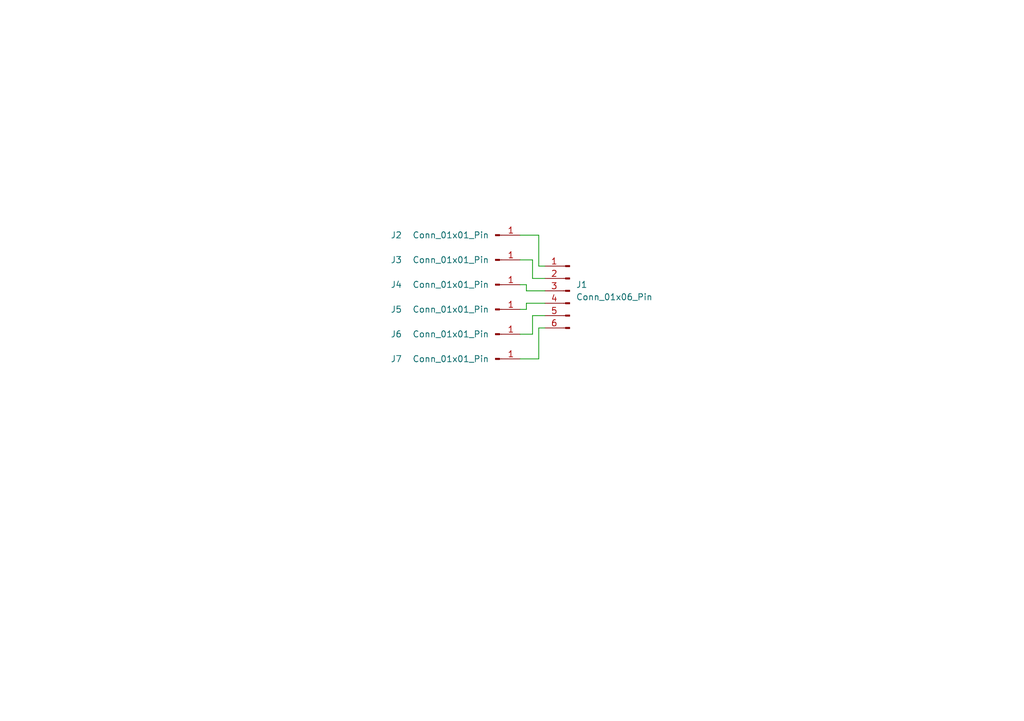
<source format=kicad_sch>
(kicad_sch (version 20231120) (generator "eeschema") (generator_version "8.0")
  (paper "A5")
  (lib_symbols
    (symbol "Connector:Conn_01x01_Pin" (pin_names (offset 1.016) hide)
      (property "Reference" "J" (at 0 2.54 0))
      (property "Value" "Conn_01x01_Pin" (at 0 -2.54 0))
      (symbol "Conn_01x01_Pin_1_1"
        (polyline (pts (xy 1.27 0) (xy 0.8636 0)) (stroke (width 0.1524)))
        (rectangle (start 0.8636 0.127) (end 0 -0.127) (stroke (width 0.1524)) (fill (type outline)))
        (pin passive line (at 5.08 0 180) (length 3.81) (name "Pin_1") (number "1"))
      )
    )
    (symbol "Connector:Conn_01x06_Pin" (pin_names (offset 1.016) hide)
      (property "Reference" "J" (at 0 7.62 0))
      (property "Value" "Conn_01x06_Pin" (at 0 -10.16 0))
      (symbol "Conn_01x06_Pin_1_1"
        (polyline (pts (xy 1.27 -7.62) (xy 0.8636 -7.62)) (stroke (width 0.1524)))
        (polyline (pts (xy 1.27 -5.08) (xy 0.8636 -5.08)) (stroke (width 0.1524)))
        (polyline (pts (xy 1.27 -2.54) (xy 0.8636 -2.54)) (stroke (width 0.1524)))
        (polyline (pts (xy 1.27 0) (xy 0.8636 0)) (stroke (width 0.1524)))
        (polyline (pts (xy 1.27 2.54) (xy 0.8636 2.54)) (stroke (width 0.1524)))
        (polyline (pts (xy 1.27 5.08) (xy 0.8636 5.08)) (stroke (width 0.1524)))
        (rectangle (start 0.8636 -7.493) (end 0 -7.747) (stroke (width 0.1524)) (fill (type outline)))
        (rectangle (start 0.8636 -4.953) (end 0 -5.207) (stroke (width 0.1524)) (fill (type outline)))
        (rectangle (start 0.8636 -2.413) (end 0 -2.667) (stroke (width 0.1524)) (fill (type outline)))
        (rectangle (start 0.8636 0.127) (end 0 -0.127) (stroke (width 0.1524)) (fill (type outline)))
        (rectangle (start 0.8636 2.667) (end 0 2.413) (stroke (width 0.1524)) (fill (type outline)))
        (rectangle (start 0.8636 5.207) (end 0 4.953) (stroke (width 0.1524)) (fill (type outline)))
        (pin passive line (at 5.08 5.08 180) (length 3.81) (name "Pin_1") (number "1"))
        (pin passive line (at 5.08 2.54 180) (length 3.81) (name "Pin_2") (number "2"))
        (pin passive line (at 5.08 0 180) (length 3.81) (name "Pin_3") (number "3"))
        (pin passive line (at 5.08 -2.54 180) (length 3.81) (name "Pin_4") (number "4"))
        (pin passive line (at 5.08 -5.08 180) (length 3.81) (name "Pin_5") (number "5"))
        (pin passive line (at 5.08 -7.62 180) (length 3.81) (name "Pin_6") (number "6"))
      )
    )
  )
  (wire (pts (xy 106.68 53.34) (xy 109.22 53.34)))
  (wire (pts (xy 106.68 48.26) (xy 110.49 48.26)))
  (wire (pts (xy 107.95 62.23) (xy 107.95 63.5)))
  (wire (pts (xy 110.49 48.26) (xy 110.49 54.61)))
  (wire (pts (xy 110.49 73.66) (xy 110.49 67.31)))
  (wire (pts (xy 107.95 63.5) (xy 106.68 63.5)))
  (wire (pts (xy 109.22 64.77) (xy 111.76 64.77)))
  (wire (pts (xy 107.95 59.69) (xy 107.95 58.42)))
  (wire (pts (xy 107.95 59.69) (xy 111.76 59.69)))
  (wire (pts (xy 110.49 54.61) (xy 111.76 54.61)))
  (wire (pts (xy 110.49 67.31) (xy 111.76 67.31)))
  (wire (pts (xy 107.95 58.42) (xy 106.68 58.42)))
  (wire (pts (xy 106.68 73.66) (xy 110.49 73.66)))
  (wire (pts (xy 109.22 68.58) (xy 109.22 64.77)))
  (wire (pts (xy 106.68 68.58) (xy 109.22 68.58)))
  (wire (pts (xy 109.22 57.15) (xy 111.76 57.15)))
  (wire (pts (xy 107.95 62.23) (xy 111.76 62.23)))
  (wire (pts (xy 109.22 53.34) (xy 109.22 57.15)))
  (symbol (lib_id "Connector:Conn_01x01_Pin") (at 101.6 73.66 0) (unit 1)
    (property "Reference" "J7" (at 81.28 73.66 0))
    (property "Value" "Conn_01x01_Pin" (at 100.33 73.66 0) (effects (justify right)))
    (property "Footprint" "Connector_Pin:Pin_D1.1mm_L8.5mm_W2.5mm_FlatFork" (effects (hide yes)))
    (property "Description" "Generic connector, single row, 01x01, script generated" (effects (hide yes)))
  )
  (symbol (lib_id "Connector:Conn_01x01_Pin") (at 101.6 53.34 0) (unit 1)
    (property "Reference" "J3" (at 81.28 53.34 0))
    (property "Value" "Conn_01x01_Pin" (at 100.33 53.34 0) (effects (justify right)))
    (property "Footprint" "Connector_Pin:Pin_D1.1mm_L8.5mm_W2.5mm_FlatFork" (effects (hide yes)))
    (property "Description" "Generic connector, single row, 01x01, script generated" (effects (hide yes)))
  )
  (symbol (lib_id "Connector:Conn_01x01_Pin") (at 101.6 68.58 0) (unit 1)
    (property "Reference" "J6" (at 81.28 68.58 0))
    (property "Value" "Conn_01x01_Pin" (at 100.33 68.58 0) (effects (justify right)))
    (property "Footprint" "Connector_Pin:Pin_D1.1mm_L8.5mm_W2.5mm_FlatFork" (effects (hide yes)))
    (property "Description" "Generic connector, single row, 01x01, script generated" (effects (hide yes)))
  )
  (symbol (lib_id "Connector:Conn_01x01_Pin") (at 101.6 63.5 0) (unit 1)
    (property "Reference" "J5" (at 81.28 63.5 0))
    (property "Value" "Conn_01x01_Pin" (at 100.33 63.5 0) (effects (justify right)))
    (property "Footprint" "Connector_Pin:Pin_D1.1mm_L8.5mm_W2.5mm_FlatFork" (effects (hide yes)))
    (property "Description" "Generic connector, single row, 01x01, script generated" (effects (hide yes)))
  )
  (symbol (lib_id "Connector:Conn_01x01_Pin") (at 101.6 58.42 0) (unit 1)
    (property "Reference" "J4" (at 81.28 58.42 0))
    (property "Value" "Conn_01x01_Pin" (at 100.33 58.42 0) (effects (justify right)))
    (property "Footprint" "Connector_Pin:Pin_D1.1mm_L8.5mm_W2.5mm_FlatFork" (effects (hide yes)))
    (property "Description" "Generic connector, single row, 01x01, script generated" (effects (hide yes)))
  )
  (symbol (lib_id "Connector:Conn_01x06_Pin") (at 116.84 59.69 0) (mirror y) (unit 1)
    (property "Reference" "J1" (at 118.11 58.42 0) (effects (justify right)))
    (property "Value" "Conn_01x06_Pin" (at 118.11 60.96 0) (effects (justify right)))
    (property "Footprint" "Connector_PinHeader_2.00mm:PinHeader_1x06_P2.00mm_Vertical" (effects (hide yes)))
    (property "Description" "Generic connector, single row, 01x06, script generated" (effects (hide yes)))
  )
  (symbol (lib_id "Connector:Conn_01x01_Pin") (at 101.6 48.26 0) (unit 1)
    (property "Reference" "J2" (at 81.28 48.26 0))
    (property "Value" "Conn_01x01_Pin" (at 100.33 48.26 0) (effects (justify right)))
    (property "Footprint" "Connector_Pin:Pin_D1.1mm_L8.5mm_W2.5mm_FlatFork" (effects (hide yes)))
    (property "Description" "Generic connector, single row, 01x01, script generated" (effects (hide yes)))
  )
)
</source>
